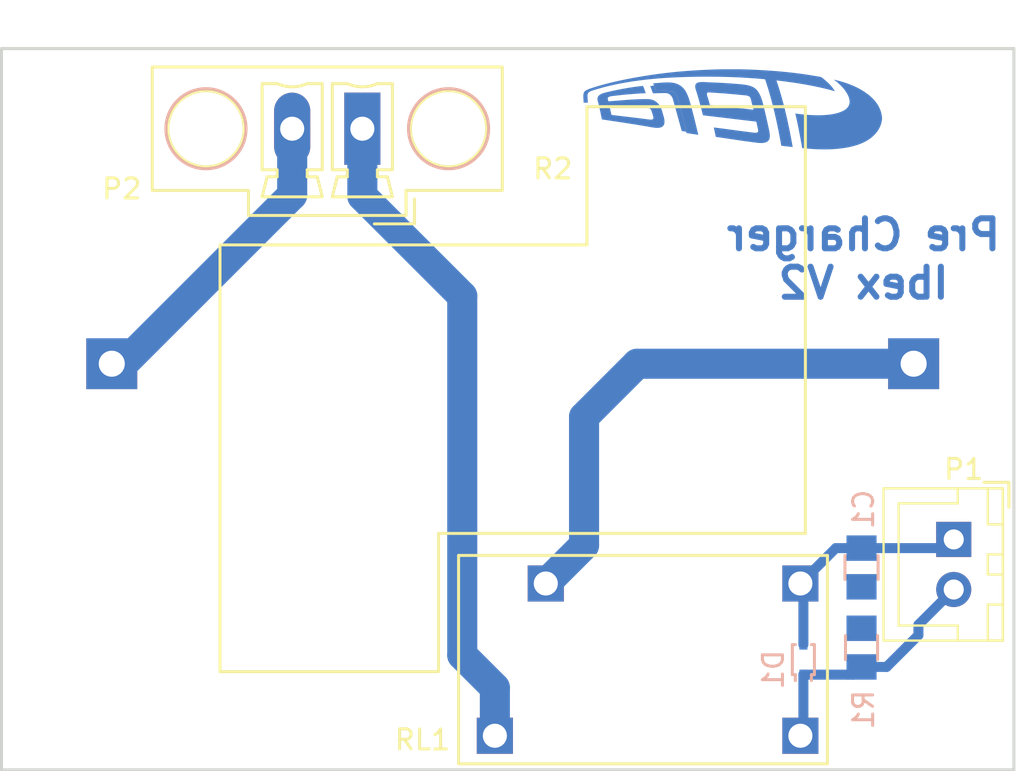
<source format=kicad_pcb>
(kicad_pcb (version 4) (host pcbnew no-vcs-found-product)
  (title_block (company "TERA TU Graz"))
  (layers (0 F.Cu signal) (31 B.Cu signal) (34 B.Paste user) (35 F.Paste user) (36 B.SilkS user) (37 F.SilkS user) (38 B.Mask user) (39 F.Mask user) (44 Edge.Cuts user))
  (net 0 "")
  (net 1 "Net-(P2-Pad1)")
  (net 2 "Net-(R2-Pad2)")
  (net 3 "Net-(C1-Pad1)")
  (net 4 "Net-(D1-Pad1)")
  (net 5 "Net-(C1-Pad2)")
  (net 6 "Net-(P2-Pad2)")
  (module Mounting_Holes:MountingHole_3.2mm_M3_DIN965 (layer F.Cu) (at 105 115)
    (fp_text reference REF** hide)
    (fp_text value MountingHole_3.2mm_M3_DIN965 hide)
    (pad 1 np_thru_hole circle (at 0 0) (size 3.2 3.2) (drill 3.2) (layers *.Cu *.Mask))
  )
  (module Mounting_Holes:MountingHole_3.2mm_M3_DIN965 (layer F.Cu) (at 149.5 115)
    (fp_text reference REF** hide)
    (fp_text value MountingHole_3.2mm_M3_DIN965 hide)
    (pad 1 np_thru_hole circle (at 0 0) (size 3.2 3.2) (drill 3.2) (layers *.Cu *.Mask))
  )
  (module Mounting_Holes:MountingHole_3.2mm_M3_DIN965 (layer F.Cu) (at 149.5 85)
    (fp_text reference REF** hide)
    (fp_text value MountingHole_3.2mm_M3_DIN965 hide)
    (pad 1 np_thru_hole circle (at 0 0) (size 3.2 3.2) (drill 3.2) (layers *.Cu *.Mask))
  )
  (module tera_rlc:R_WH25 (layer F.Cu) (at 127.5 99)
    (fp_text reference R2)
    (fp_text value R_Small)
    (fp_text user %R (at 2 -11) (layer F.SilkS))
    (pad 1 thru_hole rect (at -20 -1.27 90) (size 2.54 2.54) (drill 1.3) (layers *.Cu *.Mask) (net 6 "Net-(P2-Pad2)"))
    (pad 2 thru_hole rect (at 20 -1.27 90) (size 2.54 2.54) (drill 1.3) (layers *.Cu *.Mask) (net 2 "Net-(R2-Pad2)"))
    (pad "" np_thru_hole circle (at -9.15 9.9) (size 3.3 3.3) (drill 3.3) (layers *.Cu *.Mask))
    (pad "" np_thru_hole circle (at 9.15 -9.9) (size 3.3 3.3) (drill 3.3) (layers *.Cu *.Mask))
  )
  (module tera_rlc:R_0805in (layer B.Cu) (at 144.9 111.9 270)
    (fp_text reference R1)
    (fp_text value R_Small)
    (fp_text user %R (at 3.1 -0.1 270) (layer B.SilkS) (effects (justify mirror)))
    (pad 1 smd rect (at -0.965 0 270) (size 1.27 1.5) (layers B.Cu B.Paste B.Mask) (net 3 "Net-(C1-Pad1)"))
    (pad 2 smd rect (at 0.965 0 270) (size 1.27 1.5) (layers B.Cu B.Paste B.Mask) (net 4 "Net-(D1-Pad1)"))
  )
  (module tera_rlc:C_0805in (layer B.Cu) (at 144.9 107.9 90)
    (fp_text reference C1)
    (fp_text value C_Small)
    (fp_text user %R (at 2.9 0.1 90) (layer B.SilkS) (effects (justify mirror)))
    (pad 1 smd rect (at -0.965 0 90) (size 1.27 1.5) (layers B.Cu B.Paste B.Mask) (net 3 "Net-(C1-Pad1)"))
    (pad 2 smd rect (at 0.965 0 90) (size 1.27 1.5) (layers B.Cu B.Paste B.Mask) (net 5 "Net-(C1-Pad2)"))
  )
  (module tera_relais:RELAIS-TE-OJ (layer F.Cu) (at 135.5 112.5 180)
    (fp_text reference RL1)
    (fp_text value TE_OJ-SH-112DM)
    (fp_text user %R (at 12.5 -4 180) (layer F.SilkS))
    (pad A1 thru_hole rect (at -6.35 -3.8 180) (size 1.8 1.8) (drill 1.2) (layers *.Cu *.Mask) (net 4 "Net-(D1-Pad1)"))
    (pad A2 thru_hole rect (at -6.35 3.8 180) (size 1.8 1.8) (drill 1.2) (layers *.Cu *.Mask) (net 5 "Net-(C1-Pad2)"))
    (pad 11 thru_hole rect (at 8.89 -3.8 180) (size 1.8 1.8) (drill 1.2) (layers *.Cu *.Mask) (net 1 "Net-(P2-Pad1)"))
    (pad 14 thru_hole rect (at 6.35 3.8 180) (size 1.8 1.8) (drill 1.2) (layers *.Cu *.Mask) (net 2 "Net-(R2-Pad2)"))
  )
  (module tera_diodes:BAS3005B-02V__sc79 (layer B.Cu) (at 142 112.5 90)
    (fp_text reference D1)
    (fp_text value BAS3005B-02V)
    (fp_text user %R (at -0.5 -1.5 90) (layer B.SilkS) (effects (justify mirror)))
    (pad 1 smd rect (at -0.75 0 90) (size 0.5 0.4) (layers B.Cu B.Paste B.Mask) (net 4 "Net-(D1-Pad1)"))
    (pad 2 smd rect (at 0.75 0 90) (size 0.5 0.4) (layers B.Cu B.Paste B.Mask) (net 5 "Net-(C1-Pad2)"))
  )
  (module tera_Connectors_Phoenix:MCV_1.5_2-GF-3.5_MountHole (layer F.Cu) (at 120 86 180)
    (fp_text reference P2)
    (fp_text value "HV Connector")
    (fp_text user %R (at 12 -3) (layer F.SilkS))
    (pad 1 thru_hole rect (at 0 0 180) (size 1.8 3.6) (drill 1.2) (layers *.Cu *.Mask) (net 1 "Net-(P2-Pad1)"))
    (pad 2 thru_hole oval (at 3.5 0 180) (size 1.8 3.6) (drill 1.2) (layers *.Cu *.Mask) (net 6 "Net-(P2-Pad2)"))
    (pad "" np_thru_hole circle (at -4.3 0 180) (size 2.4 2.4) (drill 2.4) (layers *.Cu *.Mask))
    (pad "" np_thru_hole circle (at 7.8 0 180) (size 2.4 2.4) (drill 2.4) (layers *.Cu *.Mask))
  )
  (module tera_Connectors_JST:JST_XH_B02B-XH-A_02x2.50mm_Straight (layer F.Cu) (at 149.5 106.5 270)
    (fp_text reference P1)
    (fp_text value CONN_01X02)
    (fp_text user %R (at -3.5 -0.5 360) (layer F.SilkS))
    (pad 1 thru_hole rect (at 0 0 270) (size 1.75 1.75) (drill 1) (layers *.Cu *.Mask) (net 5 "Net-(C1-Pad2)"))
    (pad 2 thru_hole circle (at 2.5 0 270) (size 1.75 1.75) (drill 1) (layers *.Cu *.Mask) (net 4 "Net-(D1-Pad1)"))
  )
  (module Mounting_Holes:MountingHole_3.2mm_M3_DIN965 (layer F.Cu) (at 105 85)
    (fp_text reference REF** hide)
    (fp_text value MountingHole_3.2mm_M3_DIN965 hide)
    (pad 1 np_thru_hole circle (at 0 0) (size 3.2 3.2) (drill 3.2) (layers *.Cu *.Mask))
  )
  (module tera_logos:TERA_TextOnly_Cu_3.75x14mm (layer B.Cu) (at 138 85 180)
    (fp_text reference svg2mod hide)
    (fp_text value G*** hide)
    (fp_poly (pts (xy 6.941721 0.818319) (xy 6.957429 0.780975) (xy 6.968085 0.73915) (xy 6.974443 0.693682) (xy 6.977257 0.645409) (xy 6.977281 0.595168) (xy 6.975269 0.543798) (xy 6.971975 0.492137) (xy 6.968155 0.441022) (xy 6.96456 0.391292) (xy 6.961947 0.343784) (xy 6.961068 0.299337) (xy 6.908303 0.299948) (xy 6.853847 0.298837) (xy 6.800908 0.2992) (xy 6.752693 0.304238) (xy 6.752849 0.348239) (xy 6.755526 0.395079) (xy 6.759727 0.443847) (xy 6.764454 0.49363) (xy 6.768706 0.543518) (xy 6.771485 0.592599) (xy 6.771793 0.639962) (xy 6.768631 0.684695) (xy 6.760999 0.725887) (xy 6.7479 0.762626) (xy 6.728334 0.794001) (xy 6.703567 0.818291) (xy 6.67109 0.840897) (xy 6.632304 0.861923) (xy 6.588607 0.881472) (xy 6.541397 0.899647) (xy 6.492076 0.916553) (xy 6.442041 0.932292) (xy 6.392692 0.946968) (xy 6.345427 0.960684) (xy 6.301647 0.973545) (xy 6.255528 0.987224) (xy 6.209174 1.000734) (xy 6.16259 1.014073) (xy 6.115777 1.027244) (xy 6.068739 1.040246) (xy 6.021478 1.05308) (xy 5.973998 1.065746) (xy 5.926302 1.078245) (xy 5.878391 1.090577) (xy 5.83027 1.102743) (xy 5.781941 1.114743) (xy 5.733407 1.126578) (xy 5.68467 1.138249) (xy 5.635734 1.149755) (xy 5.586602 1.161098) (xy 5.537277 1.172278) (xy 5.487761 1.183295) (xy 5.438057 1.19415) (xy 5.388168 1.204843) (xy 5.338098 1.215375) (xy 5.287848 1.225746) (xy 5.237422 1.235957) (xy 5.186823 1.246009) (xy 5.136054 1.255902) (xy 5.085118 1.265635) (xy 5.034016 1.275211) (xy 4.982754 1.284629) (xy 4.931332 1.29389) (xy 4.879755 1.302994) (xy 4.828024 1.311943) (xy 4.776144 1.320735) (xy 4.724116 1.329373) (xy 4.671944 1.337856) (xy 4.619631 1.346184) (xy 4.567179 1.354359) (xy 4.514592 1.362381) (xy 4.461872 1.370251) (xy 4.409022 1.377968) (xy 4.356045 1.385534) (xy 4.302944 1.392948) (xy 4.249722 1.400212) (xy 4.196382 1.407326) (xy 4.142927 1.414291) (xy 4.089359 1.421106) (xy 4.035681 1.427772) (xy 3.981897 1.434291) (xy 3.928009 1.440662) (xy 3.874021 1.446886) (xy 3.819934 1.452963) (xy 3.765752 1.458894) (xy 3.711478 1.46468) (xy 3.657115 1.47032) (xy 3.602665 1.475816) (xy 3.548132 1.481168) (xy 3.493518 1.486377) (xy 3.438827 1.491442) (xy 3.38406 1.496365) (xy 3.329222 1.501145) (xy 3.274315 1.505784) (xy 3.219342 1.510282) (xy 3.164305 1.51464) (xy 3.109208 1.518857) (xy 3.054054 1.522935) (xy 2.998845 1.526874) (xy 2.943584 1.530674) (xy 2.888275 1.534336) (xy 2.832919 1.537861) (xy 2.777521 1.541248) (xy 2.722083 1.544499) (xy 2.666607 1.547614) (xy 2.611098 1.550594) (xy 2.558045 1.553335) (xy 2.504914 1.555994) (xy 2.451708 1.558571) (xy 2.398429 1.561065) (xy 2.34508 1.563478) (xy 2.291665 1.565808) (xy 2.238186 1.568056) (xy 2.184645 1.570221) (xy 2.131047 1.572304) (xy 2.077394 1.574305) (xy 2.023688 1.576223) (xy 1.969933 1.578058) (xy 1.916132 1.579811) (xy 1.862287 1.581481) (xy 1.808401 1.583069) (xy 1.754478 1.584574) (xy 1.70052 1.585996) (xy 1.64653 1.587335) (xy 1.59251 1.588592) (xy 1.538465 1.589766) (xy 1.484396 1.590857) (xy 1.430307 1.591864) (xy 1.3762 1.592789) (xy 1.322079 1.593631) (xy 1.267946 1.59439) (xy 1.213804 1.595065) (xy 1.159657 1.595658) (xy 1.105506 1.596167) (xy 1.051356 1.596593) (xy 0.997208 1.596935) (xy 0.943066 1.597195) (xy 0.888932 1.597371) (xy 0.83481 1.597463) (xy 0.780702 1.597472) (xy 0.726612 1.597398) (xy 0.672542 1.59724) (xy 0.618495 1.596998) (xy 0.564474 1.596673) (xy 0.510481 1.596264) (xy 0.456521 1.595771) (xy 0.402595 1.595195) (xy 0.348707 1.594535) (xy 0.294859 1.593791) (xy 0.241055 1.592963) (xy 0.187297 1.592051) (xy 0.133588 1.591055) (xy 0.079931 1.589976) (xy 0.026329 1.588812) (xy -0.027215 1.587564) (xy -0.080698 1.586232) (xy -0.134118 1.584815) (xy -0.187471 1.583315) (xy -0.240754 1.58173) (xy -0.293965 1.580061) (xy -0.347101 1.578308) (xy -0.400159 1.57647) (xy -0.453136 1.574547) (xy -0.506029 1.572541) (xy -0.558835 1.57045) (xy -0.611551 1.568274) (xy -0.664175 1.566013) (xy -0.716703 1.563668) (xy -0.769132 1.561239) (xy -0.821461 1.558724) (xy -0.873685 1.556125) (xy -0.925802 1.553441) (xy -0.977809 1.550672) (xy -1.029703 1.547818) (xy -1.081481 1.544879) (xy -1.133141 1.541856) (xy -1.184678 1.538747) (xy -1.236092 1.535553) (xy -1.287378 1.532274) (xy -1.338533 1.52891) (xy -1.389556 1.525461) (xy -1.440442 1.521926) (xy -1.491189 1.518307) (xy -1.541795 1.514602) (xy -1.592255 1.510811) (xy -1.642568 1.506935) (xy -1.692731 1.502974) (xy -1.74274 1.498927) (xy -1.792592 1.494795) (xy -1.842285 1.490577) (xy -1.891816 1.486274) (xy -1.941182 1.481884) (xy -1.99038 1.47741) (xy -2.039407 1.472849) (xy -2.08826 1.468203) (xy -2.104366 1.420813) (xy -2.120333 1.373283) (xy -2.13616 1.325615) (xy -2.151851 1.27781) (xy -2.167406 1.229869) (xy -2.182825 1.181793) (xy -2.198112 1.133584) (xy -2.213266 1.085242) (xy -2.228288 1.03677) (xy -2.243181 0.988167) (xy -2.257945 0.939436) (xy -2.272582 0.890578) (xy -2.287093 0.841593) (xy -2.301478 0.792483) (xy -2.31574 0.74325) (xy -2.32988 0.693895) (xy -2.343898 0.644418) (xy -2.357796 0.594821) (xy -2.371575 0.545106) (xy -2.385236 0.495273) (xy -2.398782 0.445323) (xy -2.412212 0.395259) (xy -2.425528 0.345081) (xy -2.438731 0.29479) (xy -2.451823 0.244388) (xy -2.464805 0.193876) (xy -2.477678 0.143255) (xy -2.490442 0.092526) (xy -2.503101 0.041691) (xy -2.515654 -0.009249) (xy -2.528103 -0.060293) (xy -2.540449 -0.11144) (xy -2.552693 -0.162689) (xy -2.564837 -0.214038) (xy -2.576882 -0.265486) (xy -2.588829 -0.317031) (xy -2.600679 -0.368673) (xy -2.612433 -0.420411) (xy -2.624094 -0.472243) (xy -2.635661 -0.524167) (xy -2.647136 -0.576183) (xy -2.658521 -0.62829) (xy -2.669817 -0.680486) (xy -2.681024 -0.732769) (xy -2.692144 -0.78514) (xy -2.703179 -0.837596) (xy -2.714129 -0.890136) (xy -2.724996 -0.942759) (xy -2.735781 -0.995464) (xy -2.746486 -1.04825) (xy -2.75711 -1.101115) (xy -2.767657 -1.154058) (xy -2.778126 -1.207078) (xy -2.788519 -1.260173) (xy -2.798838 -1.313343) (xy -2.809084 -1.366586) (xy -2.819257 -1.419901) (xy -2.829359 -1.473287) (xy -2.839392 -1.526742) (xy -2.849356 -1.580266) (xy -2.859252 -1.633856) (xy -2.869083 -1.687513) (xy -2.878849 -1.741234) (xy -2.888551 -1.795018) (xy -2.898191 -1.848864) (xy -2.949093 -1.855023) (xy -3.000759 -1.861383) (xy -3.052981 -1.867849) (xy -3.105549 -1.874326) (xy -3.158255 -1.880718) (xy -3.210889 -1.88693) (xy -3.263242 -1.892867) (xy -3.315106 -1.898433) (xy -3.366272 -1.903533) (xy -3.416529 -1.908072) (xy -3.46567 -1.911955) (xy -3.456147 -1.857904) (xy -3.446555 -1.803924) (xy -3.436891 -1.750015) (xy -3.427155 -1.696178) (xy -3.417346 -1.642415) (xy -3.407464 -1.588726) (xy -3.397506 -1.535112) (xy -3.387472 -1.481575) (xy -3.377361 -1.428115) (xy -3.367171 -1.374733) (xy -3.356903 -1.321432) (xy -3.346554 -1.26821) (xy -3.336124 -1.215071) (xy -3.325611 -1.162014) (xy -3.315015 -1.109041) (xy -3.304334 -1.056152) (xy -3.293568 -1.003349) (xy -3.282716 -0.950634) (xy -3.271775 -0.898006) (xy -3.260746 -0.845466) (xy -3.249628 -0.793017) (xy -3.238418 -0.740659) (xy -3.227117 -0.688393) (xy -3.215723 -0.636219) (xy -3.204235 -0.58414) (xy -3.192652 -0.532156) (xy -3.180974 -0.480268) (xy -3.169198 -0.428478) (xy -3.157324 -0.376785) (xy -3.145351 -0.325192) (xy -3.133278 -0.273699) (xy -3.121103 -0.222308) (xy -3.108827 -0.171018) (xy -3.096447 -0.119833) (xy -3.083963 -0.068751) (xy -3.071373 -0.017776) (xy -3.058677 0.033094) (xy -3.045873 0.083855) (xy -3.032961 0.134508) (xy -3.01994 0.185052) (xy -3.006808 0.235484) (xy -2.993564 0.285805) (xy -2.980207 0.336013) (xy -2.966737 0.386108) (xy -2.953152 0.436087) (xy -2.939451 0.485951) (xy -2.925634 0.535698) (xy -2.911698 0.585326) (xy -2.897643 0.634836) (xy -2.883469 0.684226) (xy -2.869173 0.733495) (xy -2.854756 0.782641) (xy -2.840215 0.831665) (xy -2.82555 0.880564) (xy -2.810759 0.929338) (xy -2.795843 0.977986) (xy -2.780799 1.026506) (xy -2.765627 1.074898) (xy -2.750325 1.123161) (xy -2.734893 1.171293) (xy -2.71933 1.219294) (xy -2.703633 1.267162) (xy -2.687804 1.314897) (xy -2.671839 1.362497) (xy -2.655739 1.409962) (xy -2.710115 1.403757) (xy -2.764398 1.397459) (xy -2.818586 1.391067) (xy -2.872678 1.384579) (xy -2.926673 1.377994) (xy -2.980569 1.371311) (xy -3.034367 1.364529) (xy -3.088063 1.357646) (xy -3.141657 1.350662) (xy -3.195148 1.343574) (xy -3.248535 1.336383) (xy -3.301816 1.329085) (xy -3.354991 1.321682) (xy -3.408057 1.31417) (xy -3.461014 1.306549) (xy -3.513861 1.298818) (xy -3.566595 1.290975) (xy -3.619217 1.283019) (xy -3.671725 1.27495) (xy -3.724118 1.266765) (xy -3.776394 1.258464) (xy -3.828552 1.250044) (xy -3.880591 1.241506) (xy -3.93251 1.232848) (xy -3.984308 1.224069) (xy -4.035983 1.215167) (xy -4.087534 1.206141) (xy -4.13896 1.19699) (xy -4.19026 1.187713) (xy -4.241432 1.178308) (xy -4.292476 1.168774) (xy -4.34339 1.159111) (xy -4.394172 1.149316) (xy -4.444823 1.139389) (xy -4.495339 1.129329) (xy -4.545721 1.119133) (xy -4.595967 1.108802) (xy -4.646076 1.098333) (xy -4.696046 1.087726) (xy -4.745877 1.076978) (xy -4.795567 1.06609) (xy -4.845115 1.05506) (xy -4.894519 1.043886) (xy -4.943779 1.032568) (xy -4.992894 1.021103) (xy -5.041861 1.009492) (xy -5.09068 0.997732) (xy -5.13935 0.985823) (xy -5.187869 0.973763) (xy -5.236237 0.961551) (xy -5.284451 0.949186) (xy -5.332512 0.936666) (xy -5.380416 0.92399) (xy -5.428165 0.911158) (xy -5.475755 0.898168) (xy -5.523186 0.885018) (xy -5.570457 0.871707) (xy -5.545808 0.914321) (xy -5.519492 0.956188) (xy -5.491618 0.997303) (xy -5.462296 1.037659) (xy -5.431636 1.077249) (xy -5.399748 1.116064) (xy -5.366742 1.1541) (xy -5.332727 1.191348) (xy -5.297812 1.227801) (xy -5.262109 1.263453) (xy -5.225726 1.298296) (xy -5.188774 1.332324) (xy -5.151361 1.365529) (xy -5.113598 1.397904) (xy -5.075595 1.429443) (xy -5.036886 1.462439) (xy -4.996457 1.497512) (xy -4.955031 1.531121) (xy -4.913331 1.559725) (xy -4.872079 1.579786) (xy -4.831183 1.591584) (xy -4.785634 1.60075) (xy -4.737245 1.608381) (xy -4.687833 1.615573) (xy -4.639213 1.62342) (xy -4.591038 1.631939) (xy -4.542709 1.640341) (xy -4.494227 1.648625) (xy -4.445595 1.656792) (xy -4.396814 1.664843) (xy -4.347886 1.672778) (xy -4.298814 1.680598) (xy -4.249599 1.688303) (xy -4.200242 1.695893) (xy -4.150747 1.70337) (xy -4.101115 1.710734) (xy -4.051348 1.717984) (xy -4.001447 1.725123) (xy -3.951415 1.73215) (xy -3.901254 1.739065) (xy -3.850966 1.74587) (xy -3.800552 1.752565) (xy -3.750015 1.759151) (xy -3.699356 1.765627) (xy -3.648578 1.771994) (xy -3.597682 1.778254) (xy -3.54667 1.784406) (xy -3.495545 1.790451) (xy -3.444307 1.796389) (xy -3.39296 1.802221) (xy -3.341505 1.807948) (xy -3.289944 1.81357) (xy -3.238278 1.819088) (xy -3.186511 1.824502) (xy -3.134643 1.829812) (xy -3.082677 1.835019) (xy -3.030615 1.840124) (xy -2.978458 1.845128) (xy -2.926209 1.85003) (xy -2.873869 1.854831) (xy -2.82144 1.859532) (xy -2.768925 1.864133) (xy -2.716326 1.868635) (xy -2.663643 1.873038) (xy -2.61088 1.877343) (xy -2.558038 1.88155) (xy -2.505118 1.88566) (xy -2.452124 1.889674) (xy -2.399057 1.893591) (xy -2.345918 1.897413) (xy -2.292711 1.90114) (xy -2.239436 1.904772) (xy -2.186096 1.90831) (xy -2.132692 1.911755) (xy -2.079227 1.915107) (xy -2.025702 1.918366) (xy -1.97212 1.921533) (xy -1.918482 1.924609) (xy -1.86479 1.927594) (xy -1.811047 1.930489) (xy -1.757254 1.933293) (xy -1.703413 1.936009) (xy -1.649526 1.938635) (xy -1.595595 1.941173) (xy -1.541621 1.943624) (xy -1.487608 1.945987) (xy -1.433557 1.948263) (xy -1.379469 1.950453) (xy -1.325347 1.952558) (xy -1.271192 1.954577) (xy -1.217007 1.956511) (xy -1.162794 1.958362) (xy -1.108554 1.960128) (xy -1.054289 1.961812) (xy -1.000002 1.963413) (xy -0.945693 1.964932) (xy -0.891366 1.966369) (xy -0.837023 1.967726) (xy 0.069709 1.967726) (xy 0.12396 1.966437) (xy 0.178163 1.965069) (xy 0.232318 1.963624) (xy 0.286422 1.962099) (xy 0.340477 1.960495) (xy 0.394481 1.958812) (xy 0.448434 1.957048) (xy 0.502335 1.955204) (xy 0.556183 1.953278) (xy 0.60998 1.951271) (xy 0.663722 1.949182) (xy 0.717411 1.947011) (xy 0.771045 1.944757) (xy 0.824625 1.94242) (xy 0.878148 1.939999) (xy 0.931616 1.937494) (xy 0.985027 1.934904) (xy 1.038381 1.93223) (xy 1.091678 1.92947) (xy 1.144915 1.926624) (xy 1.198095 1.923691) (xy 1.251214 1.920672) (xy 1.304274 1.917566) (xy 1.357274 1.914372) (xy 1.410212 1.91109) (xy 1.463089 1.907719) (xy 1.515904 1.90426) (xy 1.568656 1.900711) (xy 1.621345 1.897072) (xy 1.67397 1.893343) (xy 1.726531 1.889523) (xy 1.779028 1.885612) (xy 1.831458 1.88161) (xy 1.883823 1.877515) (xy 1.936122 1.873328) (xy 1.988353 1.869048) (xy 2.040517 1.864675) (xy 2.092613 1.860208) (xy 2.14464 1.855646) (xy 2.196598 1.85099) (xy 2.248486 1.846239) (xy 2.300304 1.841392) (xy 2.352051 1.836449) (xy 2.403727 1.83141) (xy 2.455331 1.826274) (xy 2.506862 1.821041) (xy 2.558321 1.815709) (xy 2.609706 1.81028) (xy 2.661016 1.804752) (xy 2.712252 1.799125) (xy 2.763413 1.793398) (xy 2.814498 1.787572) (xy 2.865507 1.781645) (xy 2.916439 1.775617) (xy 2.967294 1.769488) (xy 3.01807 1.763257) (xy 3.068769 1.756924) (xy 3.119388 1.750488) (xy 3.169927 1.74395) (xy 3.220387 1.737308) (xy 3.270766 1.730562) (xy 3.321063 1.723711) (xy 3.371279 1.716756) (xy 3.421413 1.709696) (xy 3.471464 1.70253) (xy 3.521431 1.695258) (xy 3.571314 1.687879) (xy 3.621113 1.680393) (xy 3.670827 1.6728) (xy 3.720456 1.665099) (xy 3.769998 1.65729) (xy 3.823489 1.648759) (xy 3.876943 1.640154) (xy 3.930356 1.631473) (xy 3.983725 1.622713) (xy 4.037047 1.613873) (xy 4.09032 1.604951) (xy 4.14354 1.595944) (xy 4.196704 1.58685) (xy 4.24981 1.577667) (xy 4.302855 1.568394) (xy 4.355836 1.559028) (xy 4.40875 1.549567) (xy 4.461593 1.540008) (xy 4.514364 1.530351) (xy 4.567059 1.520592) (xy 4.619676 1.51073) (xy 4.672211 1.500762) (xy 4.724661 1.490686) (xy 4.777024 1.480501) (xy 4.829296 1.470205) (xy 4.881476 1.459794) (xy 4.933559 1.449267) (xy 4.985544 1.438623) (xy 5.037426 1.427858) (xy 5.089204 1.416971) (xy 5.140873 1.40596) (xy 5.192433 1.394822) (xy 5.243878 1.383556) (xy 5.295208 1.37216) (xy 5.346418 1.36063) (xy 5.397505 1.348966) (xy 5.448468 1.337165) (xy 5.499303 1.325226) (xy 5.550006 1.313145) (xy 5.600576 1.300921) (xy 5.651009 1.288551) (xy 5.701302 1.276035) (xy 5.751453 1.263369) (xy 5.801458 1.250551) (xy 5.851315 1.23758) (xy 5.901021 1.224454) (xy 5.950572 1.211169) (xy 5.999966 1.197725) (xy 6.049201 1.184119) (xy 6.098272 1.170349) (xy 6.147178 1.156412) (xy 6.195915 1.142308) (xy 6.24448 1.128033) (xy 6.292871 1.113586) (xy 6.341085 1.098964) (xy 6.389118 1.084166) (xy 6.436968 1.069189) (xy 6.484631 1.054031) (xy 6.532106 1.03869) (xy 6.579389 1.023165) (xy 6.626477 1.007452) (xy 6.673436 0.991392) (xy 6.720681 0.974083) (xy 6.766992 0.955066) (xy 6.811146 0.933883) (xy 6.851923 0.910077) (xy 6.888099 0.883188) (xy 6.918454 0.852757) (xy 6.941765 0.818328) (xy 6.941721 0.818319)) (layer B.Cu) (width 0))
    (fp_poly (pts (xy 6.272385 0.507905) (xy 5.574051 -0.311592) (xy 5.584645 -0.263983) (xy 5.595316 -0.216453) (xy 5.605985 -0.168922) (xy 5.61657 -0.121313) (xy 5.62699 -0.073546) (xy 5.637164 -0.025544) (xy 5.647011 0.022772) (xy 5.656451 0.071481) (xy 5.606789 0.069829) (xy 5.556608 0.068422) (xy 5.505941 0.067241) (xy 5.454819 0.066265) (xy 5.403276 0.065476) (xy 5.351343 0.064855) (xy 5.299053 0.064381) (xy 5.246439 0.064035) (xy 5.193532 0.063798) (xy 5.140367 0.063651) (xy 5.086973 0.063574) (xy 5.033385 0.063547) (xy 4.979635 0.063552) (xy 4.925754 0.063568) (xy 4.871777 0.063577) (xy 4.817733 0.063559) (xy 4.763658 0.063494) (xy 4.709582 0.063364) (xy 4.655538 0.063148) (xy 4.601559 0.062827) (xy 4.547676 0.062382) (xy 4.493924 0.061794) (xy 4.440333 0.061042) (xy 4.386936 0.060109) (xy 4.333766 0.058973) (xy 4.280855 0.057616) (xy 4.228236 0.056018) (xy 4.175941 0.054161) (xy 4.124002 0.052023) (xy 4.071642 0.050462) (xy 4.0187 0.049843) (xy 3.965837 0.049541) (xy 3.913716 0.048926) (xy 3.863 0.047371) (xy 3.814351 0.044249) (xy 3.768432 0.038932) (xy 3.725904 0.030792) (xy 3.687431 0.0192) (xy 3.653675 0.003531) (xy 3.625181 -0.020341) (xy 3.601722 -0.054289) (xy 3.582248 -0.095719) (xy 3.565707 -0.142034) (xy 3.551047 -0.190639) (xy 3.537219 -0.238939) (xy 3.523615 -0.279857) (xy 3.506896 -0.327842) (xy 3.49154 -0.379135) (xy 3.482029 -0.429975) (xy 3.482842 -0.476605) (xy 3.49846 -0.515265) (xy 3.524146 -0.534928) (xy 3.56145 -0.544935) (xy 3.606077 -0.547603) (xy 3.65373 -0.545248) (xy 3.700114 -0.540189) (xy 3.740933 -0.534743) (xy 3.793896 -0.527716) (xy 3.846806 -0.520757) (xy 3.899664 -0.513862) (xy 3.952473 -0.507029) (xy 4.005233 -0.500255) (xy 4.057946 -0.493537) (xy 4.110615 -0.486874) (xy 4.163241 -0.480262) (xy 4.215825 -0.473699) (xy 4.268369 -0.467182) (xy 4.320876 -0.460708) (xy 4.373346 -0.454276) (xy 4.425781 -0.447881) (xy 4.478184 -0.441523) (xy 4.530555 -0.435197) (xy 4.582897 -0.428902) (xy 4.635211 -0.422634) (xy 4.687499 -0.416392) (xy 4.739763 -0.410172) (xy 4.792004 -0.403973) (xy 4.844224 -0.39779) (xy 4.896424 -0.391623) (xy 4.948607 -0.385467) (xy 5.000775 -0.379321) (xy 5.052928 -0.373181) (xy 5.105068 -0.367046) (xy 5.157198 -0.360913) (xy 5.209318 -0.354778) (xy 5.261431 -0.34864) (xy 5.313539 -0.342495) (xy 5.365642 -0.336342) (xy 5.417744 -0.330177) (xy 5.469844 -0.323998) (xy 5.521946 -0.317802) (xy 5.574051 -0.311587) (xy 5.574051 -0.311592) (xy 6.272385 0.507905) (xy 6.272495 0.464096) (xy 6.266422 0.420063) (xy 6.256102 0.376021) (xy 6.243472 0.332182) (xy 6.230468 0.28876) (xy 6.219027 0.24597) (xy 6.207909 0.198642) (xy 6.196825 0.150789) (xy 6.18579 0.10248) (xy 6.174821 0.053787) (xy 6.163934 0.004781) (xy 6.153144 -0.044469) (xy 6.142467 -0.09389) (xy 6.13192 -0.143412) (xy 6.121517 -0.192965) (xy 6.111276 -0.242478) (xy 6.101211 -0.29188) (xy 6.091339 -0.3411) (xy 6.081675 -0.390067) (xy 6.072236 -0.438711) (xy 6.063038 -0.486962) (xy 6.054095 -0.534747) (xy 6.001648 -0.542606) (xy 5.94927 -0.550455) (xy 5.896958 -0.558296) (xy 5.844707 -0.56613) (xy 5.792515 -0.573959) (xy 5.740376 -0.581785) (xy 5.688288 -0.589608) (xy 5.636246 -0.597432) (xy 5.584246 -0.605257) (xy 5.532284 -0.613085) (xy 5.480357 -0.620918) (xy 5.428461 -0.628758) (xy 5.376591 -0.636605) (xy 5.324744 -0.644463) (xy 5.272916 -0.652331) (xy 5.221103 -0.660213) (xy 5.169301 -0.668109) (xy 5.117506 -0.676021) (xy 5.065714 -0.683952) (xy 5.013922 -0.691902) (xy 4.962126 -0.699873) (xy 4.910321 -0.707867) (xy 4.858503 -0.715886) (xy 4.80667 -0.72393) (xy 4.754816 -0.732003) (xy 4.702939 -0.740105) (xy 4.651033 -0.748237) (xy 4.599096 -0.756403) (xy 4.547123 -0.764603) (xy 4.495111 -0.772839) (xy 4.443055 -0.781112) (xy 4.390952 -0.789425) (xy 4.338797 -0.797779) (xy 4.286587 -0.806175) (xy 4.234318 -0.814616) (xy 4.181986 -0.823102) (xy 4.129588 -0.831636) (xy 4.077118 -0.840219) (xy 4.024574 -0.848852) (xy 3.971951 -0.857538) (xy 3.919246 -0.866279) (xy 3.866454 -0.875074) (xy 3.813572 -0.883927) (xy 3.77405 -0.89085) (xy 3.732495 -0.898555) (xy 3.689216 -0.906765) (xy 3.644525 -0.915204) (xy 3.598729 -0.923593) (xy 3.552141 -0.931655) (xy 3.505068 -0.939111) (xy 3.457821 -0.945686) (xy 3.41071 -0.9511) (xy 3.364044 -0.955077) (xy 3.318134 -0.957339) (xy 3.273288 -0.957608) (xy 3.229818 -0.955607) (xy 3.188033 -0.951058) (xy 3.148242 -0.943684) (xy 3.110756 -0.933206) (xy 3.075884 -0.919348) (xy 3.043936 -0.901832) (xy 3.015222 -0.88038) (xy 2.990051 -0.854715) (xy 2.968734 -0.824558) (xy 2.951581 -0.789634) (xy 2.9389 -0.749663) (xy 2.931003 -0.704369) (xy 2.927873 -0.654486) (xy 2.929162 -0.604389) (xy 2.934179 -0.554377) (xy 2.94223 -0.504748) (xy 2.952626 -0.4558) (xy 2.964674 -0.407833) (xy 2.977683 -0.361144) (xy 2.990961 -0.316033) (xy 3.003817 -0.272797) (xy 3.018498 -0.221712) (xy 3.032552 -0.172031) (xy 3.046534 -0.123682) (xy 3.060995 -0.076597) (xy 3.076489 -0.030704) (xy 3.093568 0.014065) (xy 3.112786 0.057781) (xy 3.134694 0.100514) (xy 3.158912 0.141505) (xy 3.185149 0.180715) (xy 3.213406 0.21803) (xy 3.243684 0.253336) (xy 3.275985 0.286521) (xy 3.31031 0.317468) (xy 3.346659 0.346066) (xy 3.385033 0.372199) (xy 3.425434 0.395754) (xy 3.467863 0.416616) (xy 3.512321 0.434673) (xy 3.558808 0.44981) (xy 3.607325 0.461912) (xy 3.657875 0.470867) (xy 3.710457 0.47656) (xy 3.765073 0.478878) (xy 3.820866 0.479308) (xy 3.876302 0.479395) (xy 3.931391 0.479152) (xy 3.986145 0.478594) (xy 4.040574 0.477733) (xy 4.094688 0.476583) (xy 4.148498 0.475157) (xy 4.202016 0.473469) (xy 4.255251 0.471531) (xy 4.308215 0.469359) (xy 4.360918 0.466964) (xy 4.413371 0.46436) (xy 4.465584 0.461561) (xy 4.517568 0.45858) (xy 4.569335 0.45543) (xy 4.620894 0.452126) (xy 4.672256 0.448679) (xy 4.723432 0.445105) (xy 4.774433 0.441415) (xy 4.82527 0.437624) (xy 4.875953 0.433744) (xy 4.926492 0.42979) (xy 4.976899 0.425775) (xy 5.027185 0.421712) (xy 5.077359 0.417614) (xy 5.127433 0.413495) (xy 5.177417 0.409368) (xy 5.227322 0.405248) (xy 5.277159 0.401146) (xy 5.326938 0.397077) (xy 5.376671 0.393053) (xy 5.426367 0.389089) (xy 5.476038 0.385198) (xy 5.525694 0.381393) (xy 5.575346 0.377687) (xy 5.625005 0.374094) (xy 5.674681 0.370628) (xy 5.724385 0.367301) (xy 5.737195 0.407655) (xy 5.751748 0.453617) (xy 5.759923 0.501262) (xy 5.753603 0.546664) (xy 5.737184 0.568462) (xy 5.707712 0.586808) (xy 5.667892 0.60207) (xy 5.62043 0.614614) (xy 5.568032 0.624809) (xy 5.513403 0.63302) (xy 5.459249 0.639617) (xy 5.408276 0.644966) (xy 5.36319 0.649434) (xy 5.326696 0.653389) (xy 5.275998 0.659515) (xy 5.224977 0.665499) (xy 5.173655 0.671342) (xy 5.122058 0.677045) (xy 5.070208 0.68261) (xy 5.018129 0.688036) (xy 4.965844 0.693325) (xy 4.913377 0.698479) (xy 4.860752 0.703499) (xy 4.807992 0.708384) (xy 4.75512 0.713138) (xy 4.70216 0.717759) (xy 4.649136 0.722251) (xy 4.596071 0.726613) (xy 4.542989 0.730847) (xy 4.489913 0.734954) (xy 4.436867 0.738935) (xy 4.383873 0.742791) (xy 4.330957 0.746523) (xy 4.278141 0.750132) (xy 4.225449 0.75362) (xy 4.172904 0.756987) (xy 4.120531 0.760234) (xy 4.068351 0.763363) (xy 4.01639 0.766374) (xy 3.96467 0.769269) (xy 3.913216 0.772048) (xy 3.862049 0.774714) (xy 3.87907 0.820159) (xy 3.896273 0.868276) (xy 3.913651 0.917731) (xy 3.931195 0.967195) (xy 3.948897 1.015334) (xy 3.966748 1.060818) (xy 3.98474 1.102316) (xy 4.002864 1.138494) (xy 4.055533 1.132815) (xy 4.108228 1.126888) (xy 4.160941 1.120716) (xy 4.213664 1.114306) (xy 4.266388 1.107662) (xy 4.319104 1.100789) (xy 4.371805 1.093691) (xy 4.424481 1.086374) (xy 4.477125 1.078842) (xy 4.529729 1.071099) (xy 4.582283 1.063151) (xy 4.634779 1.055003) (xy 4.687209 1.046658) (xy 4.739565 1.038123) (xy 4.791837 1.029401) (xy 4.844019 1.020498) (xy 4.896101 1.011418) (xy 4.948075 1.002166) (xy 4.999932 0.992747) (xy 5.051665 0.983166) (xy 5.103264 0.973427) (xy 5.154721 0.963535) (xy 5.206029 0.953495) (xy 5.257178 0.943312) (xy 5.308161 0.93299) (xy 5.358968 0.922535) (xy 5.409591 0.911951) (xy 5.460022 0.901242) (xy 5.510254 0.890414) (xy 5.560276 0.879471) (xy 5.610081 0.868419) (xy 5.65966 0.857261) (xy 5.709005 0.846004) (xy 5.758108 0.83465) (xy 5.806961 0.823206) (xy 5.851682 0.812487) (xy 5.898019 0.800684) (xy 5.945124 0.787477) (xy 5.992154 0.772546) (xy 6.03826 0.755572) (xy 6.082598 0.736236) (xy 6.124321 0.714218) (xy 6.162584 0.689199) (xy 6.196541 0.660859) (xy 6.225345 0.628879) (xy 6.248151 0.59294) (xy 6.264113 0.552721) (xy 6.272385 0.507905)) (layer B.Cu) (width 0))
    (fp_poly (pts (xy 1.383956 1.196524) (xy 0.743838 0.478887) (xy 0.754376 0.510124) (xy 0.769932 0.552655) (xy 0.787051 0.602187) (xy 0.802279 0.654425) (xy 0.812163 0.705075) (xy 0.813246 0.749842) (xy 0.802076 0.784433) (xy 0.769997 0.805926) (xy 0.720881 0.811188) (xy 0.661437 0.808586) (xy 0.611264 0.805652) (xy 0.560733 0.802619) (xy 0.509869 0.79949) (xy 0.458696 0.796264) (xy 0.407238 0.792944) (xy 0.355517 0.78953) (xy 0.303558 0.786023) (xy 0.251385 0.782425) (xy 0.199021 0.778735) (xy 0.146491 0.774956) (xy 0.093817 0.771088) (xy 0.041024 0.767133) (xy -0.011864 0.76309) (xy -0.064824 0.758963) (xy -0.117833 0.75475) (xy -0.170865 0.750454) (xy -0.223898 0.746076) (xy -0.276908 0.741616) (xy -0.329871 0.737075) (xy -0.382763 0.732455) (xy -0.435561 0.727757) (xy -0.48824 0.722981) (xy -0.540777 0.718129) (xy -0.593148 0.713202) (xy -0.64533 0.7082) (xy -0.697299 0.703125) (xy -0.74903 0.697978) (xy -0.800501 0.692759) (xy -0.851687 0.68747) (xy -0.897107 0.68334) (xy -0.946739 0.679593) (xy -0.99906 0.6757) (xy -1.052543 0.671134) (xy -1.105664 0.665367) (xy -1.156897 0.657869) (xy -1.204718 0.648113) (xy -1.2476 0.635569) (xy -1.284019 0.619711) (xy -1.31245 0.600009) (xy -1.339599 0.567463) (xy -1.361135 0.526724) (xy -1.378186 0.480354) (xy -1.391876 0.430914) (xy -1.403332 0.380963) (xy -1.41368 0.333064) (xy -1.424047 0.289775) (xy -1.437471 0.240167) (xy -1.450733 0.192228) (xy -1.463739 0.145174) (xy -1.476394 0.098223) (xy -1.488603 0.050592) (xy -1.500272 0.0015) (xy -1.511305 -0.049837) (xy -1.459631 -0.044233) (xy -1.40796 -0.038626) (xy -1.35629 -0.033016) (xy -1.304623 -0.027405) (xy -1.252958 -0.021792) (xy -1.201294 -0.016178) (xy -1.14963 -0.010563) (xy -1.097967 -0.004948) (xy -1.046303 0.000667) (xy -0.994639 0.006282) (xy -0.942975 0.011895) (xy -0.891308 0.017507) (xy -0.83964 0.023117) (xy -0.78797 0.028724) (xy -0.736297 0.034329) (xy -0.684621 0.039931) (xy -0.632941 0.045529) (xy -0.581258 0.051123) (xy -0.52957 0.056712) (xy -0.477877 0.062297) (xy -0.426179 0.067876) (xy -0.374475 0.07345) (xy -0.322766 0.079017) (xy -0.27105 0.084578) (xy -0.219327 0.090132) (xy -0.167596 0.095678) (xy -0.115858 0.101216) (xy -0.064111 0.106746) (xy -0.012356 0.112268) (xy 0.039408 0.11778) (xy 0.091181 0.123282) (xy 0.142965 0.128774) (xy 0.194758 0.134256) (xy 0.246563 0.139727) (xy 0.298379 0.145187) (xy 0.350206 0.150635) (xy 0.402045 0.156071) (xy 0.453897 0.161494) (xy 0.505762 0.166904) (xy 0.55764 0.1723) (xy 0.609532 0.177683) (xy 0.661437 0.183051) (xy 0.676682 0.232567) (xy 0.690183 0.279902) (xy 0.702794 0.326629) (xy 0.715371 0.37432) (xy 0.728767 0.424548) (xy 0.743838 0.478887) (xy 1.383956 1.196524) (xy 1.394913 1.150344) (xy 1.397055 1.101466) (xy 1.392098 1.050822) (xy 1.381757 0.999345) (xy 1.367747 0.947965) (xy 1.351784 0.897616) (xy 1.335582 0.849228) (xy 1.320858 0.803734) (xy 1.306639 0.75692) (xy 1.292318 0.709198) (xy 1.277919 0.660666) (xy 1.263466 0.611421) (xy 1.248984 0.561558) (xy 1.234495 0.511175) (xy 1.220026 0.46037) (xy 1.205598 0.409238) (xy 1.191237 0.357876) (xy 1.176967 0.306382) (xy 1.162811 0.254852) (xy 1.148793 0.203383) (xy 1.134939 0.152072) (xy 1.121271 0.101016) (xy 1.107813 0.050311) (xy 1.094591 0.000054) (xy 1.081627 -0.049657) (xy 1.068946 -0.098726) (xy 1.056572 -0.147056) (xy 1.044529 -0.19455) (xy 1.032841 -0.241112) (xy 1.021532 -0.286645) (xy 1.010627 -0.331051) (xy 0.958356 -0.337073) (xy 0.906104 -0.343114) (xy 0.853869 -0.349171) (xy 0.80165 -0.355245) (xy 0.749448 -0.361335) (xy 0.69726 -0.367439) (xy 0.645086 -0.373558) (xy 0.592926 -0.379691) (xy 0.54078 -0.385837) (xy 0.488645 -0.391994) (xy 0.436522 -0.398164) (xy 0.384409 -0.404344) (xy 0.332307 -0.410534) (xy 0.280214 -0.416734) (xy 0.22813 -0.422942) (xy 0.176054 -0.429159) (xy 0.123986 -0.435383) (xy 0.071924 -0.441613) (xy 0.019867 -0.447849) (xy -0.032184 -0.454091) (xy -0.08423 -0.460337) (xy -0.136273 -0.466587) (xy -0.188312 -0.47284) (xy -0.24035 -0.479095) (xy -0.292385 -0.485352) (xy -0.34442 -0.49161) (xy -0.396454 -0.497869) (xy -0.448489 -0.504126) (xy -0.500525 -0.510383) (xy -0.552562 -0.516638) (xy -0.604602 -0.522891) (xy -0.656646 -0.52914) (xy -0.708693 -0.535385) (xy -0.760745 -0.541626) (xy -0.812802 -0.547861) (xy -0.864866 -0.554091) (xy -0.916936 -0.560313) (xy -0.969013 -0.566529) (xy -1.021099 -0.572736) (xy -1.073194 -0.578934) (xy -1.125298 -0.585122) (xy -1.177412 -0.591301) (xy -1.229537 -0.597468) (xy -1.281674 -0.603624) (xy -1.333824 -0.609768) (xy -1.385986 -0.615898) (xy -1.438163 -0.622015) (xy -1.490353 -0.628117) (xy -1.542559 -0.634204) (xy -1.594781 -0.640276) (xy -1.647019 -0.64633) (xy -1.661753 -0.693268) (xy -1.673604 -0.741872) (xy -1.683913 -0.792696) (xy -1.694018 -0.84629) (xy -1.705258 -0.903206) (xy -1.714751 -0.942214) (xy -1.726648 -0.98767) (xy -1.737515 -1.036131) (xy -1.743916 -1.084154) (xy -1.742414 -1.128298) (xy -1.729573 -1.165119) (xy -1.703796 -1.186983) (xy -1.664216 -1.19841) (xy -1.615823 -1.201886) (xy -1.563604 -1.199899) (xy -1.512548 -1.194935) (xy -1.467643 -1.189481) (xy -1.416021 -1.183174) (xy -1.364205 -1.176766) (xy -1.312208 -1.170261) (xy -1.260044 -1.163668) (xy -1.207725 -1.156991) (xy -1.155266 -1.150237) (xy -1.10268 -1.143413) (xy -1.04998 -1.136524) (xy -0.99718 -1.129578) (xy -0.944293 -1.12258) (xy -0.891332 -1.115537) (xy -0.838312 -1.108456) (xy -0.785245 -1.101341) (xy -0.732145 -1.094201) (xy -0.679026 -1.08704) (xy -0.625901 -1.079866) (xy -0.572782 -1.072685) (xy -0.519685 -1.065503) (xy -0.466622 -1.058327) (xy -0.413606 -1.051162) (xy -0.360652 -1.044015) (xy -0.307772 -1.036892) (xy -0.254981 -1.029801) (xy -0.20229 -1.022746) (xy -0.149715 -1.015735) (xy -0.097268 -1.008773) (xy -0.044963 -1.001868) (xy 0.007187 -0.995024) (xy 0.059168 -0.98825) (xy 0.110967 -0.98155) (xy 0.162571 -0.974932) (xy 0.213965 -0.968402) (xy 0.265137 -0.961965) (xy 0.316073 -0.955629) (xy 0.36676 -0.949399) (xy 0.417183 -0.943283) (xy 0.467331 -0.937285) (xy 0.45814 -0.984777) (xy 0.448689 -1.032029) (xy 0.439033 -1.079093) (xy 0.429227 -1.126021) (xy 0.419327 -1.172863) (xy 0.409386 -1.219671) (xy 0.399462 -1.266496) (xy 0.389608 -1.31339) (xy 0.37988 -1.360404) (xy 0.370333 -1.407588) (xy 0.320811 -1.414346) (xy 0.271072 -1.421233) (xy 0.221124 -1.42824) (xy 0.170978 -1.435359) (xy 0.120642 -1.442582) (xy 0.070126 -1.4499) (xy 0.019438 -1.457306) (xy -0.031411 -1.46479) (xy -0.082414 -1.472344) (xy -0.13356 -1.479961) (xy -0.18484 -1.487631) (xy -0.236246 -1.495347) (xy -0.287768 -1.5031) (xy -0.339396 -1.510882) (xy -0.391122 -1.518685) (xy -0.442937 -1.5265) (xy -0.49483 -1.534318) (xy -0.546794 -1.542132) (xy -0.598818 -1.549934) (xy -0.650894 -1.557714) (xy -0.703012 -1.565465) (xy -0.755163 -1.573179) (xy -0.807338 -1.580846) (xy -0.859528 -1.588459) (xy -0.911723 -1.596009) (xy -0.963915 -1.603488) (xy -1.016094 -1.610889) (xy -1.06825 -1.618201) (xy -1.120375 -1.625418) (xy -1.17246 -1.63253) (xy -1.224495 -1.63953) (xy -1.27647 -1.646408) (xy -1.328378 -1.653158) (xy -1.380208 -1.65977) (xy -1.424024 -1.665552) (xy -1.469036 -1.671815) (xy -1.51502 -1.678341) (xy -1.561754 -1.684914) (xy -1.609012 -1.691318) (xy -1.656571 -1.697335) (xy -1.704207 -1.70275) (xy -1.751696 -1.707344) (xy -1.798814 -1.710901) (xy -1.845338 -1.713205) (xy -1.891042 -1.714039) (xy -1.935704 -1.713186) (xy -1.979099 -1.710429) (xy -2.021003 -1.705551) (xy -2.061193 -1.698336) (xy -2.099444 -1.688567) (xy -2.135533 -1.676027) (xy -2.169236 -1.6605) (xy -2.200328 -1.641768) (xy -2.228586 -1.619615) (xy -2.253785 -1.593824) (xy -2.275703 -1.564179) (xy -2.294114 -1.530462) (xy -2.308796 -1.492456) (xy -2.319524 -1.449946) (xy -2.326073 -1.402714) (xy -2.328209 -1.353117) (xy -2.326472 -1.303787) (xy -2.321647 -1.254924) (xy -2.314516 -1.206729) (xy -2.305865 -1.159401) (xy -2.296478 -1.113141) (xy -2.287138 -1.068149) (xy -2.276452 -1.016111) (xy -2.265738 -0.964496) (xy -2.254986 -0.913251) (xy -2.244189 -0.862321) (xy -2.233337 -0.811651) (xy -2.222421 -0.761186) (xy -2.211435 -0.710871) (xy -2.200368 -0.660652) (xy -2.189213 -0.610474) (xy -2.177961 -0.560283) (xy -2.166603 -0.510024) (xy -2.155131 -0.459641) (xy -2.143536 -0.40908) (xy -2.13181 -0.358287) (xy -2.119944 -0.307207) (xy -2.10793 -0.255785) (xy -2.09576 -0.203967) (xy -2.083424 -0.151696) (xy -2.071481 -0.10087) (xy -2.059493 -0.049568) (xy -2.047392 0.002096) (xy -2.03511 0.054006) (xy -2.022578 0.106049) (xy -2.009728 0.158109) (xy -1.996491 0.210071) (xy -1.982798 0.261823) (xy -1.968582 0.313248) (xy -1.953773 0.364232) (xy -1.938304 0.414661) (xy -1.922105 0.46442) (xy -1.905109 0.513394) (xy -1.887247 0.561469) (xy -1.86845 0.608531) (xy -1.84865 0.654464) (xy -1.827779 0.699155) (xy -1.805768 0.742488) (xy -1.782548 0.784349) (xy -1.758052 0.824624) (xy -1.73221 0.863197) (xy -1.704954 0.899955) (xy -1.676216 0.934783) (xy -1.646173 0.966599) (xy -1.61394 0.995896) (xy -1.579616 1.022795) (xy -1.543303 1.047414) (xy -1.505098 1.069874) (xy -1.465103 1.090294) (xy -1.423417 1.108793) (xy -1.38014 1.125492) (xy -1.335371 1.14051) (xy -1.28921 1.153968) (xy -1.241757 1.165983) (xy -1.193112 1.176677) (xy -1.143375 1.186169) (xy -1.092645 1.194579) (xy -1.041022 1.202025) (xy -0.988606 1.208629) (xy -0.935497 1.21451) (xy -0.881794 1.219787) (xy -0.827598 1.22458) (xy -0.773008 1.229008) (xy -0.718123 1.233192) (xy -0.663044 1.237252) (xy -0.607871 1.241306) (xy -0.552702 1.245475) (xy -0.497639 1.249877) (xy -0.445353 1.254151) (xy -0.393209 1.258239) (xy -0.341188 1.262153) (xy -0.289274 1.265899) (xy -0.23745 1.269489) (xy -0.1857 1.272932) (xy -0.134007 1.276235) (xy -0.082354 1.27941) (xy -0.030725 1.282465) (xy 0.020898 1.28541) (xy 0.07253 1.288253) (xy 0.124189 1.291005) (xy 0.175892 1.293674) (xy 0.227655 1.29627) (xy 0.279494 1.298801) (xy 0.331428 1.301278) (xy 0.383471 1.30371) (xy 0.435642 1.306106) (xy 0.487956 1.308474) (xy 0.54043 1.310826) (xy 0.593082 1.313169) (xy 0.645928 1.315513) (xy 0.698984 1.317867) (xy 0.752268 1.320241) (xy 0.805796 1.322645) (xy 0.859584 1.325086) (xy 0.91365 1.327575) (xy 0.963866 1.329655) (xy 1.015928 1.33096) (xy 1.068724 1.330815) (xy 1.121141 1.328547) (xy 1.172066 1.323479) (xy 1.220385 1.314939) (xy 1.264987 1.30225) (xy 1.304758 1.284739) (xy 1.338585 1.26173) (xy 1.365355 1.23255) (xy 1.383956 1.196524)) (layer B.Cu) (width 0))
    (fp_poly (pts (xy -3.596592 -0.23894) (xy -3.608004 -0.28842) (xy -3.619312 -0.338007) (xy -3.630516 -0.387697) (xy -3.641621 -0.437489) (xy -3.652627 -0.487379) (xy -3.663538 -0.537365) (xy -3.674357 -0.587444) (xy -3.685086 -0.637614) (xy -3.695727 -0.687872) (xy -3.706283 -0.738215) (xy -3.716757 -0.788642) (xy -3.727152 -0.839148) (xy -3.737469 -0.889733) (xy -3.747712 -0.940392) (xy -3.757882 -0.991124) (xy -3.767984 -1.041925) (xy -3.778018 -1.092794) (xy -3.787988 -1.143728) (xy -3.797897 -1.194723) (xy -3.807746 -1.245778) (xy -3.817539 -1.29689) (xy -3.827278 -1.348055) (xy -3.836966 -1.399273) (xy -3.846605 -1.450539) (xy -3.856198 -1.501852) (xy -3.865747 -1.553209) (xy -3.875255 -1.604606) (xy -3.884724 -1.656043) (xy -3.894158 -1.707515) (xy -3.903558 -1.75902) (xy -3.912928 -1.810557) (xy -3.922269 -1.862121) (xy -3.931585 -1.913711) (xy -3.940878 -1.965324) (xy -3.996111 -1.971633) (xy -4.051502 -1.977662) (xy -4.107039 -1.983405) (xy -4.162706 -1.988858) (xy -4.218488 -1.994014) (xy -4.274371 -1.998869) (xy -4.33034 -2.003417) (xy -4.386382 -2.007653) (xy -4.44248 -2.011572) (xy -4.49862 -2.015169) (xy -4.554788 -2.018439) (xy -4.61097 -2.021375) (xy -4.66715 -2.023974) (xy -4.723314 -2.026229) (xy -4.779447 -2.028136) (xy -4.835535 -2.029689) (xy -4.891563 -2.030883) (xy -4.947517 -2.031713) (xy -5.003381 -2.032174) (xy -5.059142 -2.03226) (xy -5.114784 -2.031966) (xy -5.170294 -2.031287) (xy -5.225655 -2.030218) (xy -5.280855 -2.028753) (xy -5.335877 -2.026888) (xy -5.390708 -2.024616) (xy -5.445333 -2.021933) (xy -5.499737 -2.018834) (xy -5.553906 -2.015313) (xy -5.607825 -2.011365) (xy -5.66148 -2.006984) (xy -5.714855 -2.002167) (xy -5.767936 -1.996906) (xy -5.820709 -1.991198) (xy -5.873159 -1.985037) (xy -5.925271 -1.978417) (xy -5.977031 -1.971334) (xy -6.028424 -1.963782) (xy -6.079435 -1.955756) (xy -6.130051 -1.947251) (xy -6.180255 -1.938261) (xy -6.230034 -1.928782) (xy -6.279374 -1.918807) (xy -6.328258 -1.908333) (xy -6.376674 -1.897353) (xy -6.424605 -1.885862) (xy -6.472038 -1.873855) (xy -6.518958 -1.861328) (xy -6.56535 -1.848274) (xy -6.6112 -1.834688) (xy -6.656493 -1.820566) (xy -6.701214 -1.805901) (xy -6.745349 -1.790689) (xy -6.788883 -1.774925) (xy -6.831802 -1.758603) (xy -6.874091 -1.741718) (xy -6.915735 -1.724265) (xy -6.95672 -1.706238) (xy -6.997031 -1.687633) (xy -7.036654 -1.668444) (xy -7.075573 -1.648666) (xy -7.113775 -1.628293) (xy -7.151244 -1.607321) (xy -7.187966 -1.585744) (xy -7.223927 -1.563557) (xy -7.259111 -1.540754) (xy -7.293504 -1.517331) (xy -7.327092 -1.493283) (xy -7.35986 -1.468603) (xy -7.391793 -1.443287) (xy -7.422877 -1.41733) (xy -7.457909 -1.386588) (xy -7.492288 -1.354898) (xy -7.52594 -1.322232) (xy -7.55879 -1.28856) (xy -7.590764 -1.253855) (xy -7.621787 -1.218087) (xy -7.651785 -1.18123) (xy -7.680684 -1.143253) (xy -7.708408 -1.104128) (xy -7.734884 -1.063828) (xy -7.760036 -1.022323) (xy -7.783791 -0.979585) (xy -7.806074 -0.935586) (xy -7.82681 -0.890297) (xy -7.845925 -0.843689) (xy -7.863345 -0.795734) (xy -7.878994 -0.746404) (xy -7.892799 -0.69567) (xy -7.904685 -0.643504) (xy -7.914577 -0.589877) (xy -7.922401 -0.53476) (xy -7.922401 -0.432888) (xy -7.915847 -0.376651) (xy -7.907286 -0.321595) (xy -7.896784 -0.267709) (xy -7.884406 -0.21498) (xy -7.870219 -0.163395) (xy -7.854289 -0.112942) (xy -7.836682 -0.063608) (xy -7.817464 -0.015381) (xy -7.796701 0.031752) (xy -7.774459 0.077804) (xy -7.750804 0.122786) (xy -7.725803 0.166712) (xy -7.699521 0.209594) (xy -7.672024 0.251445) (xy -7.643378 0.292276) (xy -7.61365 0.332101) (xy -7.582906 0.370933) (xy -7.551211 0.408783) (xy -7.518632 0.445664) (xy -7.485235 0.48159) (xy -7.451085 0.516571) (xy -7.416249 0.550622) (xy -7.380794 0.583753) (xy -7.344784 0.615979) (xy -7.308286 0.647311) (xy -7.271367 0.677763) (xy -7.234091 0.707345) (xy -7.196526 0.736072) (xy -7.158737 0.763956) (xy -7.120791 0.791009) (xy -7.082753 0.817243) (xy -7.04469 0.842672) (xy -7.003728 0.869177) (xy -6.962217 0.895192) (xy -6.920169 0.920719) (xy -6.877595 0.945757) (xy -6.834506 0.970306) (xy -6.790914 0.994366) (xy -6.746828 1.017938) (xy -6.702261 1.041021) (xy -6.657223 1.063616) (xy -6.611726 1.085722) (xy -6.565781 1.10734) (xy -6.519399 1.128471) (xy -6.472591 1.149113) (xy -6.425369 1.169267) (xy -6.377742 1.188934) (xy -6.329723 1.208113) (xy -6.281323 1.226804) (xy -6.232553 1.245008) (xy -6.183424 1.262724) (xy -6.133947 1.279953) (xy -6.084133 1.296696) (xy -6.033994 1.312951) (xy -5.98354 1.328719) (xy -5.932783 1.344) (xy -5.881733 1.358794) (xy -5.830403 1.373102) (xy -5.778803 1.386923) (xy -5.726944 1.400258) (xy -5.674837 1.413106) (xy -5.622494 1.425469) (xy -5.569926 1.437345) (xy -5.517143 1.448735) (xy -5.557042 1.419382) (xy -5.596596 1.389435) (xy -5.635759 1.358869) (xy -5.674484 1.327658) (xy -5.712728 1.295777) (xy -5.750442 1.263201) (xy -5.787581 1.229905) (xy -5.8241 1.195863) (xy -5.859952 1.16105) (xy -5.895091 1.125441) (xy -5.929472 1.089011) (xy -5.963048 1.051734) (xy -5.995773 1.013585) (xy -6.027601 0.974539) (xy -6.058487 0.93457) (xy -6.088384 0.893654) (xy -6.117247 0.851765) (xy -6.145028 0.808878) (xy -6.171684 0.764968) (xy -6.194111 0.725298) (xy -6.216059 0.682912) (xy -6.236928 0.638157) (xy -6.256117 0.591379) (xy -6.273026 0.542925) (xy -6.287056 0.493142) (xy -6.297605 0.442378) (xy -6.304074 0.390978) (xy -6.305863 0.33929) (xy -6.30237 0.287661) (xy -6.292997 0.236437) (xy -6.278156 0.188199) (xy -6.258402 0.143359) (xy -6.234146 0.101752) (xy -6.205799 0.063215) (xy -6.173772 0.027584) (xy -6.138477 -0.005306) (xy -6.100324 -0.035618) (xy -6.059724 -0.063517) (xy -6.017089 -0.089165) (xy -5.972828 -0.112728) (xy -5.935195 -0.130877) (xy -5.896343 -0.148099) (xy -5.856315 -0.164411) (xy -5.815156 -0.17983) (xy -5.77291 -0.194372) (xy -5.72962 -0.208055) (xy -5.68533 -0.220895) (xy -5.640084 -0.232911) (xy -5.593925 -0.244118) (xy -5.546898 -0.254533) (xy -5.499046 -0.264174) (xy -5.450414 -0.273058) (xy -5.401044 -0.281202) (xy -5.350981 -0.288622) (xy -5.300268 -0.295336) (xy -5.248949 -0.30136) (xy -5.197069 -0.306713) (xy -5.14467 -0.311409) (xy -5.091797 -0.315468) (xy -5.038494 -0.318905) (xy -4.984803 -0.321738) (xy -4.93077 -0.323983) (xy -4.876438 -0.325658) (xy -4.82185 -0.32678) (xy -4.767051 -0.327365) (xy -4.712084 -0.327431) (xy -4.656993 -0.326994) (xy -4.601821 -0.326072) (xy -4.546614 -0.324682) (xy -4.491414 -0.32284) (xy -4.436265 -0.320564) (xy -4.381211 -0.317871) (xy -4.326296 -0.314777) (xy -4.271564 -0.3113) (xy -4.217058 -0.307456) (xy -4.162822 -0.303263) (xy -4.1089 -0.298738) (xy -4.055337 -0.293897) (xy -4.002174 -0.288758) (xy -3.949458 -0.283337) (xy -3.89723 -0.277652) (xy -3.845536 -0.271719) (xy -3.794418 -0.265556) (xy -3.743921 -0.25918) (xy -3.694088 -0.252607) (xy -3.644964 -0.245855) (xy -3.596592 -0.23894)) (layer B.Cu) (width 0))
    (fp_poly (pts (xy 1.879873 -0.971732) (xy 1.917314 -0.815717) (xy 2.235592 0.388759) (xy 2.239532 0.405629) (xy 2.250405 0.448846) (xy 2.266789 0.507322) (xy 2.272319 0.525342) (xy 2.280547 0.549737) (xy 2.291865 0.579252) (xy 2.306666 0.612629) (xy 2.325342 0.648611) (xy 2.348286 0.68594) (xy 2.375891 0.72336) (xy 2.408549 0.759613) (xy 2.446653 0.793442) (xy 2.490595 0.82359) (xy 2.540768 0.8488) (xy 2.597564 0.867814) (xy 2.661377 0.879376) (xy 2.725485 0.885312) (xy 2.791807 0.889486) (xy 2.859229 0.89211) (xy 2.926635 0.893396) (xy 2.992912 0.893554) (xy 3.056944 0.892798) (xy 3.117618 0.891338) (xy 3.173817 0.889386) (xy 3.224429 0.887154) (xy 3.268338 0.884853) (xy 3.30443 0.882696) (xy 3.33159 0.880892) (xy 3.348703 0.879655) (xy 3.354655 0.879196) (xy 3.454842 1.152884) (xy 3.639076 1.128746) (xy 3.503319 0.764968) (xy 3.496324 0.765319) (xy 3.476296 0.766282) (xy 3.444665 0.767718) (xy 3.402863 0.769492) (xy 3.35232 0.771465) (xy 3.294468 0.773501) (xy 3.230739 0.775462) (xy 3.162563 0.777211) (xy 3.091371 0.778611) (xy 3.018596 0.779525) (xy 2.945667 0.779815) (xy 2.874017 0.779345) (xy 2.807591 0.772749) (xy 2.749103 0.756103) (xy 2.698143 0.731431) (xy 2.654297 0.700758) (xy 2.617154 0.66611) (xy 2.586301 0.629512) (xy 2.561326 0.592988) (xy 2.541816 0.558564) (xy 2.527359 0.528265) (xy 2.517544 0.504116) (xy 2.511957 0.488141) (xy 2.510186 0.482366) (xy 2.067692 -1.116662) (xy 1.844719 -1.150735) (xy 1.879873 -0.97173) (xy 1.879873 -0.971732)) (layer B.Cu) (width 0))
    (fp_poly (pts (xy 1.829989 -1.217213) (xy 1.243427 -1.305731) (xy 1.244153 -1.302608) (xy 1.246289 -1.293438) (xy 1.249771 -1.278527) (xy 1.254533 -1.258176) (xy 1.260512 -1.232689) (xy 1.267642 -1.202368) (xy 1.27586 -1.167517) (xy 1.2851 -1.128439) (xy 1.295299 -1.085436) (xy 1.306391 -1.038812) (xy 1.318312 -0.98887) (xy 1.330999 -0.935912) (xy 1.344385 -0.880243) (xy 1.358407 -0.822164) (xy 1.373 -0.761978) (xy 1.3881 -0.69999) (xy 1.403641 -0.636502) (xy 1.419561 -0.571816) (xy 1.435793 -0.506236) (xy 1.452274 -0.440065) (xy 1.468939 -0.373606) (xy 1.485724 -0.307162) (xy 1.502564 -0.241035) (xy 1.519394 -0.17553) (xy 1.53615 -0.110949) (xy 1.552768 -0.047594) (xy 1.569182 0.01423) (xy 1.585329 0.074222) (xy 1.601144 0.132077) (xy 1.616563 0.187494) (xy 1.63152 0.240168) (xy 1.645952 0.289797) (xy 1.661633 0.34257) (xy 1.677452 0.394727) (xy 1.693531 0.446193) (xy 1.709993 0.496896) (xy 1.726961 0.546762) (xy 1.744558 0.595718) (xy 1.762907 0.64369) (xy 1.782131 0.690606) (xy 1.802351 0.736391) (xy 1.823692 0.780974) (xy 1.846277 0.824279) (xy 1.870227 0.866235) (xy 1.895665 0.906767) (xy 1.922716 0.945803) (xy 1.951501 0.983268) (xy 1.98155 1.018479) (xy 2.013162 1.051781) (xy 2.046374 1.083157) (xy 2.081221 1.112591) (xy 2.117739 1.140065) (xy 2.155966 1.165563) (xy 2.195936 1.189068) (xy 2.237686 1.210562) (xy 2.281253 1.230029) (xy 2.326672 1.247451) (xy 2.37398 1.262813) (xy 2.423213 1.276096) (xy 2.474407 1.287284) (xy 2.527598 1.296361) (xy 2.582823 1.303308) (xy 2.640118 1.308109) (xy 2.692743 1.310828) (xy 2.744793 1.312267) (xy 2.796322 1.312558) (xy 2.847386 1.31183) (xy 2.898038 1.310215) (xy 2.948333 1.307845) (xy 2.998327 1.30485) (xy 3.048072 1.301361) (xy 3.097626 1.297509) (xy 3.147041 1.293425) (xy 3.196372 1.28924) (xy 3.245675 1.285086) (xy 3.295003 1.281092) (xy 3.344412 1.277391) (xy 3.393956 1.274113) (xy 3.443689 1.271389) (xy 3.493667 1.26935) (xy 3.481536 1.229706) (xy 3.467086 1.192399) (xy 3.454874 1.152888) (xy 3.354655 0.879196) (xy 3.348703 0.879655) (xy 3.33159 0.880892) (xy 3.30443 0.882696) (xy 3.268338 0.884853) (xy 3.224429 0.887154) (xy 3.173817 0.889386) (xy 3.117618 0.891338) (xy 3.056944 0.892798) (xy 2.992912 0.893554) (xy 2.926635 0.893396) (xy 2.859229 0.89211) (xy 2.791807 0.889486) (xy 2.725485 0.885312) (xy 2.661377 0.879376) (xy 2.597564 0.867814) (xy 2.540768 0.8488) (xy 2.490595 0.82359) (xy 2.446653 0.793442) (xy 2.408549 0.759613) (xy 2.375891 0.72336) (xy 2.348286 0.68594) (xy 2.325342 0.648611) (xy 2.306666 0.612629) (xy 2.291865 0.579252) (xy 2.280547 0.549737) (xy 2.272319 0.525342) (xy 2.266789 0.507322) (xy 2.250405 0.448846) (xy 2.239532 0.405629) (xy 2.235592 0.388759) (xy 1.917314 -0.815717) (xy 1.879873 -0.971732) (xy 1.844719 -1.150728) (xy 1.835211 -1.191833) (xy 1.829989 -1.217213) (xy 1.829989 -1.217213)) (layer B.Cu) (width 0))
  )
  (gr_text "Pre Charger\nIbex V2" (at 145 92.5) (layer B.Cu) (effects (font (size 1.5 1.5) (thickness 0.3)) (justify mirror)))
  (gr_line (start 102 118) (end 102 82) (layer Edge.Cuts) (width 0.15))
  (gr_line (start 152.5 118) (end 102 118) (layer Edge.Cuts) (width 0.15))
  (gr_line (start 152.5 82) (end 152.5 118) (layer Edge.Cuts) (width 0.15))
  (gr_line (start 102 82) (end 152.5 82) (layer Edge.Cuts) (width 0.15))
  (segment (start 126.61 116.3) (end 126.61 113.9) (width 1.5) (layer B.Cu) (net 1))
  (segment (start 126.61 113.9) (end 124.98345 112.27345) (width 1.5) (layer B.Cu) (net 1))
  (segment (start 124.98345 94.350205) (end 120 89.366755) (width 1.5) (layer B.Cu) (net 1))
  (segment (start 124.98345 112.27345) (end 124.98345 94.350205) (width 1.5) (layer B.Cu) (net 1))
  (segment (start 120 89.366755) (end 120 86) (width 1.5) (layer B.Cu) (net 1))
  (segment (start 129.15 108.7) (end 131.058738 106.791262) (width 1.5) (layer B.Cu) (net 2))
  (segment (start 131.058738 106.791262) (end 131.058738 100.381477) (width 1.5) (layer B.Cu) (net 2))
  (segment (start 131.058738 100.381477) (end 133.710215 97.73) (width 1.5) (layer B.Cu) (net 2))
  (segment (start 133.710215 97.73) (end 147.5 97.73) (width 1.5) (layer B.Cu) (net 2))
  (segment (start 149.5 109) (end 147.737962 110.762038) (width 0.5) (layer B.Cu) (net 4))
  (segment (start 147.737962 110.762038) (end 147.737962 111.277038) (width 0.5) (layer B.Cu) (net 4))
  (segment (start 147.737962 111.277038) (end 146.15 112.865) (width 0.5) (layer B.Cu) (net 4))
  (segment (start 146.15 112.865) (end 144.9 112.865) (width 0.5) (layer B.Cu) (net 4))
  (segment (start 142 113.25) (end 144.515 113.25) (width 0.5) (layer B.Cu) (net 4))
  (segment (start 144.515 113.25) (end 144.9 112.865) (width 0.5) (layer B.Cu) (net 4))
  (segment (start 142 113.25) (end 142 116.15) (width 0.5) (layer B.Cu) (net 4))
  (segment (start 142 116.15) (end 141.85 116.3) (width 0.5) (layer B.Cu) (net 4))
  (segment (start 144.9 106.935) (end 149.065 106.935) (width 0.5) (layer B.Cu) (net 5))
  (segment (start 149.065 106.935) (end 149.5 106.5) (width 0.5) (layer B.Cu) (net 5))
  (segment (start 141.85 108.7) (end 143.615 106.935) (width 0.5) (layer B.Cu) (net 5))
  (segment (start 143.615 106.935) (end 144.9 106.935) (width 0.5) (layer B.Cu) (net 5))
  (segment (start 142 111.75) (end 142 108.85) (width 0.5) (layer B.Cu) (net 5))
  (segment (start 142 108.85) (end 141.85 108.7) (width 0.5) (layer B.Cu) (net 5))
  (segment (start 116.5 86) (end 116.5 89.314259) (width 1.5) (layer B.Cu) (net 6))
  (segment (start 116.5 89.314259) (end 108.084259 97.73) (width 1.5) (layer B.Cu) (net 6))
  (segment (start 108.084259 97.73) (end 107.5 97.73) (width 1.5) (layer B.Cu) (net 6))
)
</source>
